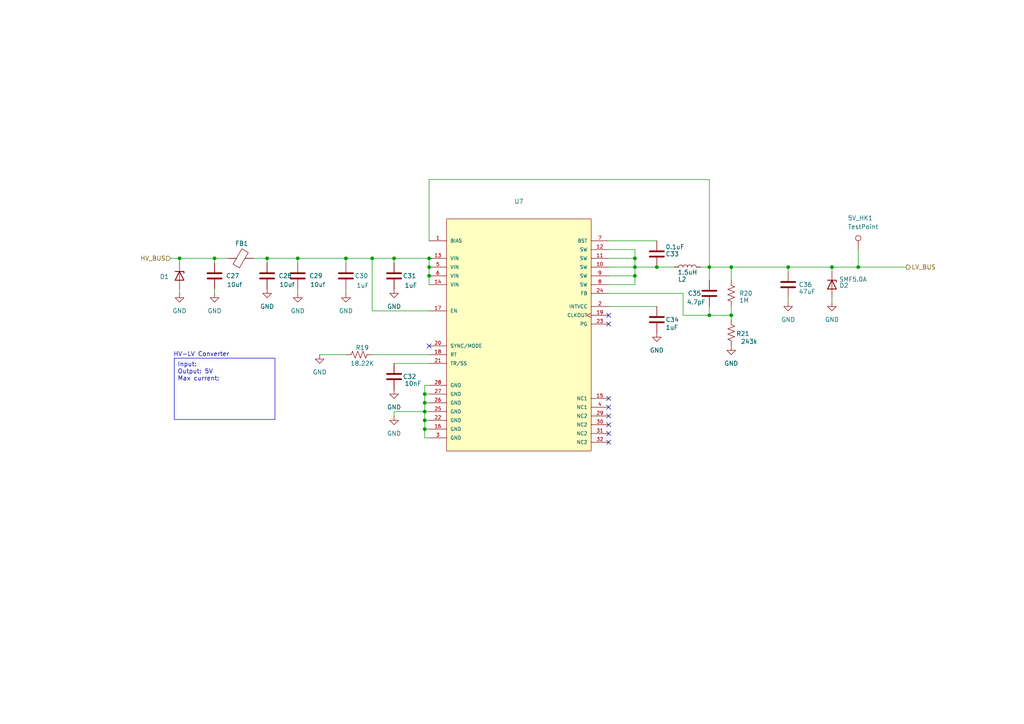
<source format=kicad_sch>
(kicad_sch (version 20250114) (generator "eeschema") (generator_version "9.0")
  (paper "A4")
  (lib_symbols
    (symbol "Connector:TestPoint" (pin_numbers (hide yes)) (pin_names (offset 0.762) (hide yes))
      (property "Reference" "TP" (at 0 6.858 0))
      (property "Value" "TestPoint" (at 0 5.08 0))
      (symbol "TestPoint_0_1"
        (circle (center 0 3.302) (radius 0.762))
      )
      (symbol "TestPoint_1_1"
        (pin passive line (at 0 0 90) (length 2.54) (name "1") (number "1"))
      )
    )
    (symbol "Device:C" (pin_numbers (hide yes)) (pin_names (offset 0.254))
      (property "Reference" "C" (at 0.635 2.54 0))
      (property "Value" "C" (at 0.635 -2.54 0))
      (symbol "C_0_1"
        (polyline (pts (xy -2.032 0.762) (xy 2.032 0.762)) (stroke (width 0.508)))
        (polyline (pts (xy -2.032 -0.762) (xy 2.032 -0.762)) (stroke (width 0.508)))
      )
      (symbol "C_1_1"
        (pin passive line (at 0 3.81 270) (length 2.794) (name "~") (number "1"))
        (pin passive line (at 0 -3.81 90) (length 2.794) (name "~") (number "2"))
      )
    )
    (symbol "Device:D_Zener" (pin_numbers (hide yes)) (pin_names (offset 1.016) (hide yes))
      (property "Reference" "D" (at 0 2.54 0))
      (property "Value" "D_Zener" (at 0 -2.54 0))
      (symbol "D_Zener_0_1"
        (polyline (pts (xy -1.27 -1.27) (xy -1.27 1.27) (xy -0.762 1.27)) (stroke (width 0.254)))
        (polyline (pts (xy 1.27 0) (xy -1.27 0)))
        (polyline (pts (xy 1.27 -1.27) (xy 1.27 1.27) (xy -1.27 0) (xy 1.27 -1.27)) (stroke (width 0.254)))
      )
      (symbol "D_Zener_1_1"
        (pin passive line (at -3.81 0 0) (length 2.54) (name "K") (number "1"))
        (pin passive line (at 3.81 0 180) (length 2.54) (name "A") (number "2"))
      )
    )
    (symbol "Device:FerriteBead" (pin_numbers (hide yes)) (pin_names (offset 0))
      (property "Reference" "FB" (at -3.81 0.635 90))
      (property "Value" "FerriteBead" (at 3.81 0 90))
      (symbol "FerriteBead_0_1"
        (polyline (pts (xy -2.7686 0.4064) (xy -1.7018 2.2606) (xy 2.7686 -0.3048) (xy 1.6764 -2.159) (xy -2.7686 0.4064)))
        (polyline (pts (xy 0 1.27) (xy 0 1.2954)))
        (polyline (pts (xy 0 -1.27) (xy 0 -1.2192)))
      )
      (symbol "FerriteBead_1_1"
        (pin passive line (at 0 3.81 270) (length 2.54) (name "~") (number "1"))
        (pin passive line (at 0 -3.81 90) (length 2.54) (name "~") (number "2"))
      )
    )
    (symbol "Device:L" (pin_numbers (hide yes)) (pin_names (offset 1.016) (hide yes))
      (property "Reference" "L" (at -1.27 0 90))
      (property "Value" "L" (at 1.905 0 90))
      (symbol "L_0_1"
        (arc (start 0 2.54) (mid 0.6323 1.905) (end 0 1.27))
        (arc (start 0 1.27) (mid 0.6323 0.635) (end 0 0))
        (arc (start 0 0) (mid 0.6323 -0.635) (end 0 -1.27))
        (arc (start 0 -1.27) (mid 0.6323 -1.905) (end 0 -2.54))
      )
      (symbol "L_1_1"
        (pin passive line (at 0 3.81 270) (length 1.27) (name "1") (number "1"))
        (pin passive line (at 0 -3.81 90) (length 1.27) (name "2") (number "2"))
      )
    )
    (symbol "Device:R_US" (pin_numbers (hide yes)) (pin_names (offset 0))
      (property "Reference" "R" (at 2.54 0 90))
      (property "Value" "R_US" (at -2.54 0 90))
      (symbol "R_US_0_1"
        (polyline (pts (xy 0 2.286) (xy 0 2.54)))
        (polyline (pts (xy 0 2.286) (xy 1.016 1.905) (xy 0 1.524) (xy -1.016 1.143) (xy 0 0.762)))
        (polyline (pts (xy 0 0.762) (xy 1.016 0.381) (xy 0 0) (xy -1.016 -0.381) (xy 0 -0.762)))
        (polyline (pts (xy 0 -0.762) (xy 1.016 -1.143) (xy 0 -1.524) (xy -1.016 -1.905) (xy 0 -2.286)))
        (polyline (pts (xy 0 -2.286) (xy 0 -2.54)))
      )
      (symbol "R_US_1_1"
        (pin passive line (at 0 3.81 270) (length 1.27) (name "~") (number "1"))
        (pin passive line (at 0 -3.81 90) (length 1.27) (name "~") (number "2"))
      )
    )
    (symbol "_LT8640S:LT8640SEV_PBF" (pin_names (offset 1.016))
      (property "Reference" "U" (at -21.59 36.576 0))
      (property "Value" "LT8640SEV_PBF" (at -21.59 -34.544 0))
      (symbol "LT8640SEV_PBF_0_0"
        (rectangle (start -21.59 35.56) (end 20.32 -31.75) (stroke (width 0.1524)) (fill (type background)))
        (pin input line (at -26.67 29.21 0) (length 5.08) (name "BIAS") (number "1"))
        (pin input line (at -26.67 24.13 0) (length 5.08) (name "VIN") (number "13"))
        (pin input line (at -26.67 21.59 0) (length 5.08) (name "VIN") (number "5"))
        (pin input line (at -26.67 19.05 0) (length 5.08) (name "VIN") (number "6"))
        (pin input line (at -26.67 16.51 0) (length 5.08) (name "VIN") (number "14"))
        (pin input line (at -26.67 8.89 0) (length 5.08) (name "EN") (number "17"))
        (pin input line (at -26.67 -1.27 0) (length 5.08) (name "SYNC/MODE") (number "20"))
        (pin passive line (at -26.67 -3.81 0) (length 5.08) (name "RT") (number "18"))
        (pin passive line (at -26.67 -6.35 0) (length 5.08) (name "TR/SS") (number "21"))
        (pin power_in line (at -26.67 -12.7 0) (length 5.08) (name "GND") (number "28"))
        (pin power_in line (at -26.67 -15.24 0) (length 5.08) (name "GND") (number "27"))
        (pin power_in line (at -26.67 -17.78 0) (length 5.08) (name "GND") (number "26"))
        (pin power_in line (at -26.67 -20.32 0) (length 5.08) (name "GND") (number "25"))
        (pin power_in line (at -26.67 -22.86 0) (length 5.08) (name "GND") (number "22"))
        (pin power_in line (at -26.67 -25.4 0) (length 5.08) (name "GND") (number "16"))
        (pin power_in line (at -26.67 -27.94 0) (length 5.08) (name "GND") (number "3"))
        (pin passive line (at 25.4 29.21 180) (length 5.08) (name "BST") (number "7"))
        (pin input line (at 25.4 13.97 180) (length 5.08) (name "FB") (number "24"))
        (pin passive line (at 25.4 10.16 180) (length 5.08) (name "INTVCC") (number "2"))
        (pin output clock (at 25.4 7.62 180) (length 5.08) (name "CLKOUT") (number "19"))
        (pin output line (at 25.4 5.08 180) (length 5.08) (name "PG") (number "23"))
        (pin power_in line (at 25.4 -16.51 180) (length 5.08) (name "NC1") (number "15"))
        (pin power_in line (at 25.4 -19.05 180) (length 5.08) (name "NC1") (number "4"))
        (pin power_in line (at 25.4 -21.59 180) (length 5.08) (name "NC2") (number "29"))
        (pin power_in line (at 25.4 -24.13 180) (length 5.08) (name "NC2") (number "30"))
        (pin power_in line (at 25.4 -26.67 180) (length 5.08) (name "NC2") (number "31"))
        (pin power_in line (at 25.4 -29.21 180) (length 5.08) (name "NC2") (number "32"))
      )
      (symbol "LT8640SEV_PBF_1_0"
        (pin passive line (at 25.4 26.67 180) (length 5.08) (name "SW") (number "12"))
        (pin passive line (at 25.4 24.13 180) (length 5.08) (name "SW") (number "11"))
        (pin passive line (at 25.4 21.59 180) (length 5.08) (name "SW") (number "10"))
        (pin passive line (at 25.4 19.05 180) (length 5.08) (name "SW") (number "9"))
        (pin passive line (at 25.4 16.51 180) (length 5.08) (name "SW") (number "8"))
      )
    )
    (symbol "power:GND" (power) (pin_numbers (hide yes)) (pin_names (offset 0) (hide yes))
      (property "Value" "GND" (at 0 -3.81 0))
      (symbol "GND_0_1"
        (polyline (pts (xy 0 0) (xy 0 -1.27) (xy 1.27 -1.27) (xy 0 -2.54) (xy -1.27 -1.27) (xy 0 -1.27)))
      )
      (symbol "GND_1_1"
        (pin power_in line (at 0 0 270) (length 0) (name "~") (number "1"))
      )
    )
  )
  (text "HV-LV Converter\n" (at 58.42 102.87 0) (effects (font (size 1.27 1.27))))
  (text_box "Input:\nOutput: 5V\nMax current: " (at 50.546 103.886 0) (size 29.21 17.78) (margins 0.9525 0.9525 0.9525 0.9525) (effects (font (size 1.27 1.27)) (justify left top)))
  (junction (at 124.46 80.01))
  (junction (at 123.19 124.46))
  (junction (at 107.95 74.93))
  (junction (at 205.74 77.47))
  (junction (at 123.19 116.84))
  (junction (at 190.5 77.47))
  (junction (at 212.09 91.44))
  (junction (at 52.07 74.93))
  (junction (at 184.15 77.47))
  (junction (at 248.92 77.47))
  (junction (at 184.15 80.01))
  (junction (at 123.19 119.38))
  (junction (at 205.74 91.44))
  (junction (at 100.33 74.93))
  (junction (at 123.19 121.92))
  (junction (at 241.3 77.47))
  (junction (at 123.19 114.3))
  (junction (at 114.3 74.93))
  (junction (at 62.23 74.93))
  (junction (at 77.47 74.93))
  (junction (at 86.36 74.93))
  (junction (at 184.15 74.93))
  (junction (at 124.46 77.47))
  (junction (at 228.6 77.47))
  (junction (at 212.09 77.47))
  (junction (at 124.46 74.93))
  (no_connect (at 176.53 128.27))
  (no_connect (at 176.53 123.19))
  (no_connect (at 176.53 125.73))
  (no_connect (at 176.53 118.11))
  (no_connect (at 176.53 120.65))
  (no_connect (at 176.53 115.57))
  (no_connect (at 176.53 91.44))
  (no_connect (at 176.53 93.98))
  (no_connect (at 124.46 100.33))
  (wire (pts (xy 184.15 74.93) (xy 184.15 72.39)))
  (wire (pts (xy 212.09 91.44) (xy 205.74 91.44)))
  (wire (pts (xy 176.53 74.93) (xy 184.15 74.93)))
  (wire (pts (xy 176.53 85.09) (xy 198.12 85.09)))
  (wire (pts (xy 203.2 77.47) (xy 205.74 77.47)))
  (wire (pts (xy 184.15 82.55) (xy 184.15 80.01)))
  (wire (pts (xy 123.19 121.92) (xy 124.46 121.92)))
  (wire (pts (xy 100.33 76.2) (xy 100.33 74.93)))
  (wire (pts (xy 73.66 74.93) (xy 77.47 74.93)))
  (wire (pts (xy 123.19 114.3) (xy 124.46 114.3)))
  (wire (pts (xy 205.74 91.44) (xy 205.74 88.9)))
  (wire (pts (xy 92.71 102.87) (xy 100.33 102.87)))
  (wire (pts (xy 86.36 74.93) (xy 100.33 74.93)))
  (wire (pts (xy 228.6 87.63) (xy 228.6 86.36)))
  (wire (pts (xy 124.46 52.07) (xy 124.46 69.85)))
  (wire (pts (xy 212.09 88.9) (xy 212.09 91.44)))
  (wire (pts (xy 62.23 74.93) (xy 66.04 74.93)))
  (wire (pts (xy 205.74 81.28) (xy 205.74 77.47)))
  (wire (pts (xy 124.46 77.47) (xy 124.46 80.01)))
  (wire (pts (xy 176.53 72.39) (xy 184.15 72.39)))
  (wire (pts (xy 124.46 111.76) (xy 123.19 111.76)))
  (wire (pts (xy 114.3 74.93) (xy 124.46 74.93)))
  (wire (pts (xy 123.19 116.84) (xy 124.46 116.84)))
  (wire (pts (xy 198.12 91.44) (xy 205.74 91.44)))
  (wire (pts (xy 124.46 80.01) (xy 124.46 82.55)))
  (wire (pts (xy 49.53 74.93) (xy 52.07 74.93)))
  (wire (pts (xy 100.33 85.09) (xy 100.33 83.82)))
  (wire (pts (xy 176.53 82.55) (xy 184.15 82.55)))
  (wire (pts (xy 114.3 119.38) (xy 123.19 119.38)))
  (wire (pts (xy 123.19 121.92) (xy 123.19 124.46)))
  (wire (pts (xy 124.46 52.07) (xy 205.74 52.07)))
  (wire (pts (xy 176.53 77.47) (xy 184.15 77.47)))
  (wire (pts (xy 198.12 85.09) (xy 198.12 91.44)))
  (wire (pts (xy 176.53 69.85) (xy 190.5 69.85)))
  (wire (pts (xy 184.15 77.47) (xy 184.15 74.93)))
  (wire (pts (xy 62.23 85.09) (xy 62.23 83.82)))
  (wire (pts (xy 100.33 74.93) (xy 107.95 74.93)))
  (wire (pts (xy 114.3 105.41) (xy 124.46 105.41)))
  (wire (pts (xy 212.09 77.47) (xy 228.6 77.47)))
  (wire (pts (xy 114.3 76.2) (xy 114.3 74.93)))
  (wire (pts (xy 123.19 124.46) (xy 124.46 124.46)))
  (wire (pts (xy 228.6 77.47) (xy 241.3 77.47)))
  (wire (pts (xy 107.95 74.93) (xy 107.95 90.17)))
  (wire (pts (xy 212.09 91.44) (xy 212.09 92.71)))
  (wire (pts (xy 123.19 116.84) (xy 123.19 119.38)))
  (wire (pts (xy 205.74 77.47) (xy 212.09 77.47)))
  (wire (pts (xy 241.3 77.47) (xy 248.92 77.47)))
  (wire (pts (xy 124.46 74.93) (xy 124.46 77.47)))
  (wire (pts (xy 107.95 90.17) (xy 124.46 90.17)))
  (wire (pts (xy 77.47 74.93) (xy 86.36 74.93)))
  (wire (pts (xy 52.07 74.93) (xy 52.07 76.2)))
  (wire (pts (xy 176.53 88.9) (xy 190.5 88.9)))
  (wire (pts (xy 123.19 119.38) (xy 124.46 119.38)))
  (wire (pts (xy 77.47 76.2) (xy 77.47 74.93)))
  (wire (pts (xy 212.09 77.47) (xy 212.09 81.28)))
  (wire (pts (xy 62.23 76.2) (xy 62.23 74.93)))
  (wire (pts (xy 184.15 77.47) (xy 190.5 77.47)))
  (wire (pts (xy 52.07 83.82) (xy 52.07 85.09)))
  (wire (pts (xy 241.3 86.36) (xy 241.3 87.63)))
  (wire (pts (xy 123.19 114.3) (xy 123.19 116.84)))
  (wire (pts (xy 114.3 119.38) (xy 114.3 120.65)))
  (wire (pts (xy 176.53 80.01) (xy 184.15 80.01)))
  (wire (pts (xy 123.19 119.38) (xy 123.19 121.92)))
  (wire (pts (xy 241.3 77.47) (xy 241.3 78.74)))
  (wire (pts (xy 123.19 124.46) (xy 123.19 127)))
  (wire (pts (xy 248.92 77.47) (xy 248.92 72.39)))
  (wire (pts (xy 86.36 76.2) (xy 86.36 74.93)))
  (wire (pts (xy 248.92 77.47) (xy 262.89 77.47)))
  (wire (pts (xy 52.07 74.93) (xy 62.23 74.93)))
  (wire (pts (xy 205.74 52.07) (xy 205.74 77.47)))
  (wire (pts (xy 184.15 80.01) (xy 184.15 77.47)))
  (wire (pts (xy 107.95 102.87) (xy 124.46 102.87)))
  (wire (pts (xy 190.5 77.47) (xy 195.58 77.47)))
  (wire (pts (xy 123.19 111.76) (xy 123.19 114.3)))
  (wire (pts (xy 228.6 78.74) (xy 228.6 77.47)))
  (wire (pts (xy 86.36 85.09) (xy 86.36 83.82)))
  (wire (pts (xy 107.95 74.93) (xy 114.3 74.93)))
  (wire (pts (xy 123.19 127) (xy 124.46 127)))
  (hierarchical_label "HV_BUS" (shape input) (at 49.53 74.93 180))
  (hierarchical_label "LV_BUS" (shape output) (at 262.89 77.47 0))
  (symbol (lib_id "power:GND") (at 77.47 83.82 0) (unit 1)
    (property "Reference" "#PWR050" (effects (hide yes)))
    (property "Value" "GND" (at 77.47 88.9 0))
    (property "Description" "Power symbol creates a global label with name \"GND\" , ground" (effects (hide yes)))
  )
  (symbol (lib_id "power:GND") (at 114.3 113.03 0) (unit 1)
    (property "Reference" "#PWR055" (effects (hide yes)))
    (property "Value" "GND" (at 114.3 118.11 0))
    (property "Description" "Power symbol creates a global label with name \"GND\" , ground" (effects (hide yes)))
  )
  (symbol (lib_id "Device:FerriteBead") (at 69.85 74.93 90) (unit 1)
    (property "Reference" "FB1" (at 70.104 70.612 90))
    (property "Value" "FerriteBead" (effects (hide yes)))
    (property "Footprint" "Inductor_SMD:L_1812_4532Metric" (effects (hide yes)))
    (property "Datasheet" "https://www.we-online.com/components/products/datasheet/74279226101.pdf" (effects (hide yes)))
    (property "Description" "Ferrite bead" (effects (hide yes)))
    (property "Mfr" "Würth Elektronik" (effects (hide yes)))
    (property "Mfr P/N" "74279226101" (effects (hide yes)))
    (property "Supplier_1" "DigiKey" (effects (hide yes)))
    (property "Supplier_1 P/N" "732-3431-2-ND" (effects (hide yes)))
    (property "Supplier_1 Unit Price" "$0.68" (effects (hide yes)))
    (property "Supplier_1_Price @ Qty" "1" (effects (hide yes)))
  )
  (symbol (lib_id "Device:C") (at 190.5 73.66 0) (unit 1)
    (property "Reference" "C33" (at 193.04 73.66 0) (effects (justify left)))
    (property "Value" "0.1uF" (at 193.04 71.628 0) (effects (justify left)))
    (property "Footprint" "Capacitor_SMD:C_0603_1608Metric" (effects (hide yes)))
    (property "Datasheet" "https://mm.digikey.com/Volume0/opasdata/d220001/medias/docus/609/CL10B104KB8NNNC_Spec.pdf" (effects (hide yes)))
    (property "Description" "0.1 µF ±10% 50V Ceramic Capacitor X7R 0603 (1608 Metric)" (effects (hide yes)))
    (property "Mfr" "Samsung Electro-Mechanics" (effects (hide yes)))
    (property "Mfr P/N" "CL10B104KB8NNNC" (effects (hide yes)))
    (property "Supplier_1" "DigiKey" (effects (hide yes)))
    (property "Supplier_1 P/N" "1276-1000-2-ND" (effects (hide yes)))
    (property "Supplier_1 Unit Price" "$0.08" (effects (hide yes)))
    (property "Supplier_1_Price @ QTY" "1" (effects (hide yes)))
  )
  (symbol (lib_id "power:GND") (at 241.3 87.63 0) (unit 1)
    (property "Reference" "#PWR060" (effects (hide yes)))
    (property "Value" "GND" (at 241.3 92.71 0))
    (property "Description" "Power symbol creates a global label with name \"GND\" , ground" (effects (hide yes)))
  )
  (symbol (lib_id "Device:R_US") (at 104.14 102.87 270) (unit 1)
    (property "Reference" "R19" (at 103.124 100.838 90) (effects (justify left)))
    (property "Value" "18.22K" (at 101.6 105.41 90) (effects (justify left)))
    (property "Footprint" "Resistor_SMD:R_0603_1608Metric" (effects (hide yes)))
    (property "Datasheet" "https://industrial.panasonic.com/cdbs/www-data/pdf/RDM0000/AOA0000C307.pdf" (effects (hide yes)))
    (property "Description" "18.2 kOhms ±0.1% 0.1W, 1/10W Chip Resistor 0603 (1608 Metric) Automotive AEC-Q200 Thin Film" (effects (hide yes)))
    (property "Mfr" "Panasonic Electronic Components" (effects (hide yes)))
    (property "Mfr P/N" "ERA-3AEB1822V" (effects (hide yes)))
    (property "Supplier_1" "Digikey" (effects (hide yes)))
    (property "Supplier_1 P/N" "P18.2KDBTR-ND" (effects (hide yes)))
    (property "Supplier_1 Unit Price" "0.10000" (effects (hide yes)))
    (property "Supplier_1 Price @ Qty" "1" (effects (hide yes)))
  )
  (symbol (lib_id "Device:L") (at 199.39 77.47 90) (unit 1)
    (property "Reference" "L2" (at 197.866 81.026 90))
    (property "Value" "1.5uH" (at 199.39 78.994 90))
    (property "Footprint" "_LVBus:Lair Inductor" (effects (hide yes)))
    (property "Datasheet" "https://www.laird.com/document/datasheet/tya4020-series-datasheet" (effects (hide yes)))
    (property "Description" "Inductor" (effects (hide yes)))
    (property "Mfr" "Laird-Signal Integrity Products" (effects (hide yes)))
    (property "Mfr P/N" "TYA40201R5M-10" (effects (hide yes)))
    (property "Supplier_1" "Digikey" (effects (hide yes)))
    (property "Supplier_1 P/N" "240-TYA40201R5M-10TR-ND" (effects (hide yes)))
    (property "Supplier_1 Unit Price" "0.37000" (effects (hide yes)))
    (property "Supplier_1 Price @ Qty" "1" (effects (hide yes)))
  )
  (symbol (lib_id "Connector:TestPoint") (at 248.92 72.39 0) (unit 1)
    (property "Reference" "5V_HK1" (at 245.872 63.246 0) (effects (justify left)))
    (property "Value" "TestPoint" (at 245.872 65.786 0) (effects (justify left)))
    (property "Footprint" "_LVBus:HARWIN_S1751-46R" (effects (hide yes)))
    (property "Datasheet" "https://content.harwin.com/m/c5b84e6a45e9b9f6/original/DRG-02202-Technical-Drawing-Datasheet-S1751R-pdf.pdf" (effects (hide yes)))
    (property "Description" "PC TEST POINT NATURAL" (effects (hide yes)))
    (property "Mfr" "Harwin Inc." (effects (hide yes)))
    (property "Mfr P/N" "S1751-46R" (effects (hide yes)))
    (property "Supplier_1" "Digikey" (effects (hide yes)))
    (property "Supplier_1 P/N" "952-1478-2-ND" (effects (hide yes)))
    (property "Supplier_1 Unit Price" "0.28000" (effects (hide yes)))
    (property "Supplier_1 Price @ Qty" "1" (effects (hide yes)))
  )
  (symbol (lib_id "power:GND") (at 212.09 100.33 0) (unit 1)
    (property "Reference" "#PWR058" (effects (hide yes)))
    (property "Value" "GND" (at 212.09 105.41 0))
    (property "Description" "Power symbol creates a global label with name \"GND\" , ground" (effects (hide yes)))
  )
  (symbol (lib_id "Device:C") (at 62.23 80.01 0) (unit 1)
    (property "Reference" "C27" (at 65.532 80.01 0) (effects (justify left)))
    (property "Value" "10uf" (at 65.786 82.55 0) (effects (justify left)))
    (property "Footprint" "Capacitor_SMD:C_1210_3225Metric" (effects (hide yes)))
    (property "Datasheet" "https://mm.digikey.com/Volume0/opasdata/d220001/medias/docus/41/CL32B106KBJNNWE_Spec.pdf" (effects (hide yes)))
    (property "Description" "CAP CER 10UF 50V X7R 1210" (effects (hide yes)))
    (property "Mfr" "Samsung Electro-Mechanics" (effects (hide yes)))
    (property "Mfr P/N" "CL32B106KBJNNWE" (effects (hide yes)))
    (property "Supplier_1" "DigiKey" (effects (hide yes)))
    (property "Supplier_1 P/N" "1276-3388-2-ND" (effects (hide yes)))
    (property "Supplier_1 Unit Price" "$0.22" (effects (hide yes)))
    (property "Supplier_1_Price @ Qty" "1" (effects (hide yes)))
  )
  (symbol (lib_id "Device:C") (at 114.3 109.22 0) (unit 1)
    (property "Reference" "C32" (at 116.84 109.22 0) (effects (justify left)))
    (property "Value" "10nF" (at 117.348 111.252 0) (effects (justify left)))
    (property "Footprint" "Capacitor_SMD:C_0603_1608Metric" (effects (hide yes)))
    (property "Datasheet" "https://mm.digikey.com/Volume0/opasdata/d220001/medias/docus/609/CL10B103KB8NNNC_Spec.pdf" (effects (hide yes)))
    (property "Description" "10000 pF ±10% 50V Ceramic Capacitor X7R 0603 (1608 Metric)" (effects (hide yes)))
    (property "Mfr" "Samsung Electro-Mechanics" (effects (hide yes)))
    (property "Mfr P/N" "CL10B103KB8NNNC" (effects (hide yes)))
    (property "Supplier_1" "DigiKey" (effects (hide yes)))
    (property "Supplier_1 P/N" "1276-1009-2-ND" (effects (hide yes)))
    (property "Supplier_1 Unit Price" "$0.08" (effects (hide yes)))
    (property "Supplier_1_Price @ QTY" "1" (effects (hide yes)))
  )
  (symbol (lib_id "Device:C") (at 114.3 80.01 0) (unit 1)
    (property "Reference" "C31" (at 116.84 80.01 0) (effects (justify left)))
    (property "Value" "1uF" (at 117.348 82.804 0) (effects (justify left)))
    (property "Footprint" "Capacitor_SMD:C_0603_1608Metric" (effects (hide yes)))
    (property "Datasheet" "https://mm.digikey.com/Volume0/opasdata/d220001/medias/docus/506/UMK107AB7105KA-T_SS.pdf" (effects (hide yes)))
    (property "Description" "1 µF ±10% 50V Ceramic Capacitor X7R 0603 (1608 Metric)" (effects (hide yes)))
    (property "Mfr" "Taiyo Yuden" (effects (hide yes)))
    (property "Mfr P/N" "UMK107AB7105KA-T" (effects (hide yes)))
    (property "Supplier_1" "DigiKey" (effects (hide yes)))
    (property "Supplier_1 P/N" "587-3247-2-ND" (effects (hide yes)))
    (property "Supplier_1 Unit Price" "$0.08" (effects (hide yes)))
    (property "Supplier_1_Price @ QTY" "1" (effects (hide yes)))
  )
  (symbol (lib_id "Device:C") (at 100.33 80.01 0) (unit 1)
    (property "Reference" "C30" (at 102.87 80.01 0) (effects (justify left)))
    (property "Value" "1uF" (at 103.378 82.804 0) (effects (justify left)))
    (property "Footprint" "Capacitor_SMD:C_0603_1608Metric" (effects (hide yes)))
    (property "Datasheet" "https://mm.digikey.com/Volume0/opasdata/d220001/medias/docus/506/UMK107AB7105KA-T_SS.pdf" (effects (hide yes)))
    (property "Description" "1 µF ±10% 50V Ceramic Capacitor X7R 0603 (1608 Metric)" (effects (hide yes)))
    (property "Mfr" "Taiyo Yuden" (effects (hide yes)))
    (property "Mfr P/N" "UMK107AB7105KA-T" (effects (hide yes)))
    (property "Supplier_1" "DigiKey" (effects (hide yes)))
    (property "Supplier_1 P/N" "587-3247-2-ND" (effects (hide yes)))
    (property "Supplier_1 Unit Price" "$0.08" (effects (hide yes)))
    (property "Supplier_1_Price @ QTY" "1" (effects (hide yes)))
  )
  (symbol (lib_id "Device:C") (at 228.6 82.55 0) (unit 1)
    (property "Reference" "C36" (at 231.648 82.55 0) (effects (justify left)))
    (property "Value" "47uF" (at 231.648 84.582 0) (effects (justify left)))
    (property "Footprint" "Capacitor_SMD:C_1210_3225Metric" (effects (hide yes)))
    (property "Datasheet" "https://mm.digikey.com/Volume0/opasdata/d220001/medias/docus/7155/DataSheet_CL32A476KOJNNN_20250708.pdf" (effects (hide yes)))
    (property "Description" "CAP CER 47UF 16V X5R 1210" (effects (hide yes)))
    (property "Mfr" "Samsung Electro-Mechanics" (effects (hide yes)))
    (property "Mfr P/N" "CL32A476KOJNNNE" (effects (hide yes)))
    (property "Supplier_1" "DigiKey" (effects (hide yes)))
    (property "Supplier_1 Unit Price" "$0.68" (effects (hide yes)))
    (property "Supplier_1 P/N" "1276-3376-2-ND" (effects (hide yes)))
    (property "Supplier_1_Price @ QTY" "1" (effects (hide yes)))
  )
  (symbol (lib_id "Device:C") (at 77.47 80.01 0) (unit 1)
    (property "Reference" "C28" (at 80.772 80.01 0) (effects (justify left)))
    (property "Value" "10uf" (at 81.026 82.55 0) (effects (justify left)))
    (property "Footprint" "Capacitor_SMD:C_1210_3225Metric" (effects (hide yes)))
    (property "Datasheet" "https://mm.digikey.com/Volume0/opasdata/d220001/medias/docus/41/CL32B106KBJNNWE_Spec.pdf" (effects (hide yes)))
    (property "Description" "CAP CER 10UF 50V X7R 1210" (effects (hide yes)))
    (property "Mfr" "Samsung Electro-Mechanics" (effects (hide yes)))
    (property "Mfr P/N" "CL32B106KBJNNWE" (effects (hide yes)))
    (property "Supplier_1" "DigiKey" (effects (hide yes)))
    (property "Supplier_1 P/N" "1276-3388-2-ND" (effects (hide yes)))
    (property "Supplier_1 Unit Price" "$0.22" (effects (hide yes)))
    (property "Supplier_1_Price @ Qty" "1" (effects (hide yes)))
  )
  (symbol (lib_id "power:GND") (at 114.3 83.82 0) (unit 1)
    (property "Reference" "#PWR054" (effects (hide yes)))
    (property "Value" "GND" (at 114.3 88.9 0))
    (property "Description" "Power symbol creates a global label with name \"GND\" , ground" (effects (hide yes)))
  )
  (symbol (lib_id "power:GND") (at 92.71 102.87 0) (unit 1)
    (property "Reference" "#PWR052" (effects (hide yes)))
    (property "Value" "GND" (at 92.71 107.95 0))
    (property "Description" "Power symbol creates a global label with name \"GND\" , ground" (effects (hide yes)))
  )
  (symbol (lib_id "Device:C") (at 205.74 85.09 0) (unit 1)
    (property "Reference" "C35" (at 201.422 85.09 0))
    (property "Value" "4.7pF" (at 201.93 87.63 0))
    (property "Footprint" "Capacitor_SMD:C_0603_1608Metric" (effects (hide yes)))
    (property "Datasheet" "https://search.murata.co.jp/Ceramy/image/img/A01X/G101/ENG/GRM1885C1H4R7CA01-01.pdf" (effects (hide yes)))
    (property "Description" "CAP CER 4.7PF 50V C0G/NP0 0603" (effects (hide yes)))
    (property "Mfr" "Murata Electronics" (effects (hide yes)))
    (property "Mfr P/N" "GRM1885C1H4R7CA01D" (effects (hide yes)))
    (property "Supplier_1" "DigiKey" (effects (hide yes)))
    (property "Supplier_1 P/N" "490-12722-2-ND" (effects (hide yes)))
    (property "Supplier_1 Unit Price" "0.12" (effects (hide yes)))
    (property "Supplier_1_Price @ QTY" "1" (effects (hide yes)))
  )
  (symbol (lib_id "Device:C") (at 190.5 92.71 0) (unit 1)
    (property "Reference" "C34" (at 193.04 92.71 0) (effects (justify left)))
    (property "Value" "1uF" (at 193.04 94.996 0) (effects (justify left)))
    (property "Footprint" "Capacitor_SMD:C_0603_1608Metric" (effects (hide yes)))
    (property "Datasheet" "https://mm.digikey.com/Volume0/opasdata/d220001/medias/docus/506/UMK107AB7105KA-T_SS.pdf" (effects (hide yes)))
    (property "Description" "CAP CER 1UF 50V X7R 0603" (effects (hide yes)))
    (property "MFR" "Taiyo Yuden" (effects (hide yes)))
    (property "MFR P/N" "UMK107AB7105KA-T" (effects (hide yes)))
    (property "Supplier_1" "DigiKey" (effects (hide yes)))
    (property "Supplier_1 P/N" "587-3247-2-ND" (effects (hide yes)))
    (property "Supplier_1 Unit Price" "$0.08" (effects (hide yes)))
    (property "Supplier_1_Price @ QTY" "1" (effects (hide yes)))
  )
  (symbol (lib_id "power:GND") (at 86.36 85.09 0) (unit 1)
    (property "Reference" "#PWR051" (effects (hide yes)))
    (property "Value" "GND" (at 86.36 90.17 0))
    (property "Description" "Power symbol creates a global label with name \"GND\" , ground" (effects (hide yes)))
  )
  (symbol (lib_id "Device:R_US") (at 212.09 96.52 180) (unit 1)
    (property "Reference" "R21" (at 217.424 96.774 0) (effects (justify left)))
    (property "Value" "243k" (at 219.71 99.06 0) (effects (justify left)))
    (property "Footprint" "Resistor_SMD:R_0603_1608Metric" (effects (hide yes)))
    (property "Datasheet" "https://industrial.panasonic.com/cdbs/www-data/pdf/RDM0000/AOA0000C307.pdf" (effects (hide yes)))
    (property "Description" "243 kOhms ±0.1% 0.1W, 1/10W Chip Resistor 0603 (1608 Metric) Automotive AEC-Q200 Thin Film" (effects (hide yes)))
    (property "Mfr" "Panasonic Electronic Components" (effects (hide yes)))
    (property "Mfr P/N" "ERA-3AEB2433V" (effects (hide yes)))
    (property "Supplier_1" "DigiKey" (effects (hide yes)))
    (property "Supplier_1 P/N" "P243KDBTR-ND" (effects (hide yes)))
    (property "Supplier_1 Unit Price" "0.10" (effects (hide yes)))
    (property "Supplier_1 Price @ Qty" "1" (effects (hide yes)))
  )
  (symbol (lib_id "power:GND") (at 228.6 87.63 0) (unit 1)
    (property "Reference" "#PWR059" (effects (hide yes)))
    (property "Value" "GND" (at 228.6 92.71 0))
    (property "Description" "Power symbol creates a global label with name \"GND\" , ground" (effects (hide yes)))
  )
  (symbol (lib_id "power:GND") (at 114.3 120.65 0) (unit 1)
    (property "Reference" "#PWR056" (effects (hide yes)))
    (property "Value" "GND" (at 114.3 125.73 0))
    (property "Description" "Power symbol creates a global label with name \"GND\" , ground" (effects (hide yes)))
  )
  (symbol (lib_id "power:GND") (at 190.5 96.52 0) (unit 1)
    (property "Reference" "#PWR057" (effects (hide yes)))
    (property "Value" "GND" (at 190.5 101.6 0))
    (property "Description" "Power symbol creates a global label with name \"GND\" , ground" (effects (hide yes)))
  )
  (symbol (lib_id "Device:D_Zener") (at 241.3 82.55 270) (unit 1)
    (property "Reference" "D2" (at 246.126 82.804 90) (effects (justify right)))
    (property "Value" "SMF5.0A" (at 251.46 81.026 90) (effects (justify right)))
    (property "Footprint" "Diode_SMD:D_SOD-123F" (effects (hide yes)))
    (property "Datasheet" "https://diotec.com/request/datasheet/smf50a.pdf" (effects (hide yes)))
    (property "Description" "Zener diode" (effects (hide yes)))
    (property "PARTREV" "11/20/15" (effects (hide yes)))
    (property "STANDARD" "IPC-7351B" (effects (hide yes)))
    (property "MAXIMUM_PACKAGE_HEIGHT" "2.62mm" (effects (hide yes)))
    (property "Mfr" "Diotec Semiconductor" (effects (hide yes)))
    (property "Mfr P/N" "SMF5.0A" (effects (hide yes)))
    (property "Supplier_1" "DigiKey" (effects (hide yes)))
    (property "Supplier_1 P/N" "4878-SMF5.0ATR-ND" (effects (hide yes)))
    (property "Supplier_1 Unit Price" "0.25000" (effects (hide yes)))
    (property "Supplier_1 Price @ Qty" "1" (effects (hide yes)))
  )
  (symbol (lib_id "Device:R_US") (at 212.09 85.09 0) (unit 1)
    (property "Reference" "R20" (at 214.376 85.09 0) (effects (justify left)))
    (property "Value" "1M" (at 214.376 87.122 0) (effects (justify left)))
    (property "Footprint" "Resistor_SMD:R_0603_1608Metric" (effects (hide yes)))
    (property "Datasheet" "https://industrial.panasonic.com/cdbs/www-data/pdf/RDA0000/AOA0000C304.pdf" (effects (hide yes)))
    (property "Description" "RES SMD 1M OHM 1% 1/10W 0603" (effects (hide yes)))
    (property "Mfr" "Panasonic Electronic Components" (effects (hide yes)))
    (property "Mfr P/N" "ERJ-3EKF1004V" (effects (hide yes)))
    (property "Supplier_1" "DigiKey" (effects (hide yes)))
    (property "Supplier_1 P/N" "P1.00MHTR-ND" (effects (hide yes)))
    (property "Supplier_1 Unit Price" "0.10" (effects (hide yes)))
    (property "Supplier_1 Price @ Qty" "1" (effects (hide yes)))
  )
  (symbol (lib_id "power:GND") (at 100.33 85.09 0) (unit 1)
    (property "Reference" "#PWR053" (effects (hide yes)))
    (property "Value" "GND" (at 100.33 90.17 0))
    (property "Description" "Power symbol creates a global label with name \"GND\" , ground" (effects (hide yes)))
  )
  (symbol (lib_id "power:GND") (at 62.23 85.09 0) (unit 1)
    (property "Reference" "#PWR049" (effects (hide yes)))
    (property "Value" "GND" (at 62.23 90.17 0))
    (property "Description" "Power symbol creates a global label with name \"GND\" , ground" (effects (hide yes)))
  )
  (symbol (lib_id "power:GND") (at 52.07 85.09 0) (unit 1)
    (property "Reference" "#PWR048" (effects (hide yes)))
    (property "Value" "GND" (at 52.07 90.17 0))
    (property "Description" "Power symbol creates a global label with name \"GND\" , ground" (effects (hide yes)))
  )
  (symbol (lib_id "Device:D_Zener") (at 52.07 80.01 270) (unit 1)
    (property "Reference" "D1" (at 49.022 80.264 90) (effects (justify right)))
    (property "Value" "SMCJ26A" (effects (hide yes)))
    (property "Footprint" "Diode_SMD:D_SMC" (effects (hide yes)))
    (property "Datasheet" "https://www.littelfuse.com/assetdocs/littelfuse_tvs_diode_smcj_datasheet.pdf?assetguid=37388813-0d6d-4329-969b-1aa8b7614ac1" (effects (hide yes)))
    (property "Description" "Zener diode" (effects (hide yes)))
    (property "PARTREV" "11/20/15" (effects (hide yes)))
    (property "STANDARD" "IPC-7351B" (effects (hide yes)))
    (property "MAXIMUM_PACKAGE_HEIGHT" "2.62mm" (effects (hide yes)))
    (property "MANUFACTURER" "LittelFuse" (effects (hide yes)))
    (property "Mfr" "Littelfuse Inc." (effects (hide yes)))
    (property "Mfr P/N" "SMCJ26A" (effects (hide yes)))
    (property "Supplier_1" "Digikey" (effects (hide yes)))
    (property "Supplier_1 P/N" "SMCJ26ALFTR-ND" (effects (hide yes)))
    (property "Supplier_1 Unit Price" "0.35000" (effects (hide yes)))
    (property "Supplier_1 Price @ Qty" "1" (effects (hide yes)))
  )
  (symbol (lib_id "_LT8640S:LT8640SEV_PBF") (at 151.13 99.06 0) (unit 1)
    (property "Reference" "U7" (at 150.495 58.42 0))
    (property "Value" "LT8640SEV_PBF" (effects (hide yes)))
    (property "Footprint" "_LVBus:CONV_LT8640SEV_PBF" (effects (hide yes)))
    (property "Datasheet" "https://www.analog.com/media/en/technical-documentation/data-sheets/lt8640s-8643s.pdf" (effects (hide yes)))
    (property "Description" "IC REG BUCK ADJ 6A 24LQFN" (effects (hide yes)))
    (property "Mfr" "Analog Devices Inc." (effects (hide yes)))
    (property "Mfr P/N" "LT8640SEV#PBF" (effects (hide yes)))
    (property "Supplier_1" "Digikey" (effects (hide yes)))
    (property "Supplier_1 P/N" "505-LT8640SEV#PBF-ND" (effects (hide yes)))
    (property "Supplier_1 Unit Price" "13.52000" (effects (hide yes)))
    (property "Supplier_1 Price @ Qty" "1" (effects (hide yes)))
  )
  (symbol (lib_id "Device:C") (at 86.36 80.01 0) (unit 1)
    (property "Reference" "C29" (at 89.662 80.01 0) (effects (justify left)))
    (property "Value" "10uf" (at 89.916 82.55 0) (effects (justify left)))
    (property "Footprint" "Capacitor_SMD:C_1210_3225Metric" (effects (hide yes)))
    (property "Datasheet" "https://mm.digikey.com/Volume0/opasdata/d220001/medias/docus/41/CL32B106KBJNNWE_Spec.pdf" (effects (hide yes)))
    (property "Description" "CAP CER 10UF 50V X7R 1210" (effects (hide yes)))
    (property "Mfr" "Samsung Electro-Mechanics" (effects (hide yes)))
    (property "Mfr P/N" "CL32B106KBJNNWE" (effects (hide yes)))
    (property "Supplier_1" "DigiKey" (effects (hide yes)))
    (property "Supplier_1 P/N" "1276-3388-2-ND" (effects (hide yes)))
    (property "Supplier_1 Unit Price" "$0.22" (effects (hide yes)))
    (property "Supplier_1_Price @ Qty" "1" (effects (hide yes)))
  )
)
</source>
